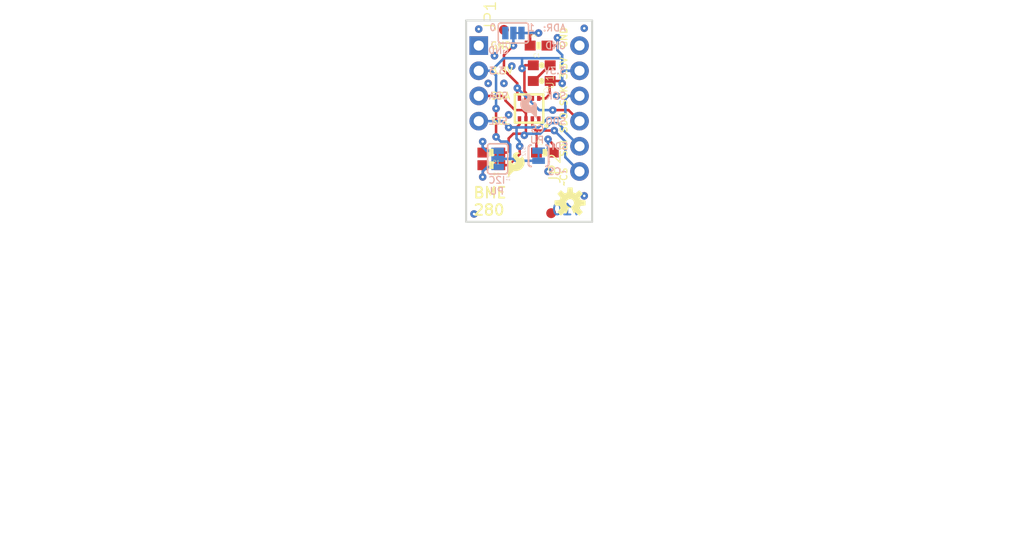
<source format=kicad_pcb>
(kicad_pcb (version 20211014) (generator pcbnew)
  (layers (0 "F.Cu" signal) (31 "B.Cu" signal) (34 "B.Paste" user) (35 "F.Paste" user) (36 "B.SilkS" user "B.Silkscreen") (37 "F.SilkS" user "F.Silkscreen") (38 "B.Mask" user) (39 "F.Mask" user) (44 "Edge.Cuts" user))
  (net 0 "")
  (net 1 "3.3V")
  (net 2 "GND")
  (net 3 "~{CS}")
  (net 4 "SDI/SDA")
  (net 5 "SCK/SCL")
  (net 6 "SDO/ADR")
  (net 7 "N$1")
  (net 8 "N$2")
  (net 9 "N$3")
  (net 10 "N$4")
  (footprint "boardEagle:STAND-OFF" (layer "F.Cu") (at 148.5011 112.6236)
    (fp_text reference "STANDOFF4" hide)
    (fp_text value "STAND-OFF" hide)
    (pad "" np_thru_hole circle (at 0 0) (size 3.302 3.302) (drill 3.302) (layers *.Cu *.Mask))
  )
  (footprint "boardEagle:BME280_LGA" (layer "F.Cu") (at 148.5011 103.7336 -90)
    (fp_text reference "U1" (at -1.905 -2.54 -90) (layer "F.SilkS") (effects (font (size 0.747776 0.747776) (thickness 0.065024)) (justify left bottom)))
    (fp_text value "BME280")
    (fp_line (start 1.42875 -1.42875) (end 1.42875 1.42875) (layer "F.SilkS") (width 0.254))
    (fp_line (start -1.42875 -1.42875) (end 1.42875 -1.42875) (layer "F.SilkS") (width 0.254))
    (fp_line (start 1.42875 1.42875) (end -1.42875 1.42875) (layer "F.SilkS") (width 0.254))
    (fp_line (start -1.42875 1.42875) (end -1.42875 -1.42875) (layer "F.SilkS") (width 0.254))
    (fp_circle (center 1.74625 -1.74625) (end 1.825625 -1.74625) (layer "F.SilkS") (width 0.127) (fill none))
    (fp_circle (center 1.74625 -1.74625) (end 1.78435 -1.74625) (layer "F.SilkS") (width 0.127) (fill none))
    (fp_circle (center 1.74625 -1.74625) (end 1.905 -1.74625) (layer "F.SilkS") (width 0.127) (fill none))
    (pad "P$1" smd rect (at 1.025 -0.975 270) (size 0.5 0.35) (layers "F.Cu" "F.Paste" "F.Mask") (net 2 "GND"))
    (pad "P$2" smd rect (at 1.025 -0.325 270) (size 0.5 0.35) (layers "F.Cu" "F.Paste" "F.Mask") (net 3 "~{CS}"))
    (pad "P$3" smd rect (at 1.025 0.325 270) (size 0.5 0.35) (layers "F.Cu" "F.Paste" "F.Mask") (net 4 "SDI/SDA"))
    (pad "P$4" smd rect (at 1.025 0.975 270) (size 0.5 0.35) (layers "F.Cu" "F.Paste" "F.Mask") (net 5 "SCK/SCL"))
    (pad "P$5" smd rect (at -1.025 0.975 270) (size 0.5 0.35) (layers "F.Cu" "F.Paste" "F.Mask") (net 6 "SDO/ADR"))
    (pad "P$6" smd rect (at -1.025 0.325 270) (size 0.5 0.35) (layers "F.Cu" "F.Paste" "F.Mask") (net 1 "3.3V"))
    (pad "P$7" smd rect (at -1.025 -0.325 270) (size 0.5 0.35) (layers "F.Cu" "F.Paste" "F.Mask") (net 2 "GND"))
    (pad "P$8" smd rect (at -1.025 -0.975 270) (size 0.5 0.35) (layers "F.Cu" "F.Paste" "F.Mask") (net 1 "3.3V"))
  )
  (footprint "boardEagle:0603-CAP" (layer "F.Cu") (at 149.7711 99.367975)
    (fp_text reference "C1" (at -0.889 -0.762) (layer "F.SilkS") (effects (font (size 0.373888 0.373888) (thickness 0.032512)) (justify left bottom)))
    (fp_text value "0.1uF")
    (fp_line (start 0 -0.0305) (end 0 0.0305) (layer "F.SilkS") (width 0.5588))
    (pad "1" smd rect (at -0.85 0) (size 1.1 1) (layers "F.Cu" "F.Paste" "F.Mask") (net 1 "3.3V"))
    (pad "2" smd rect (at 0.85 0) (size 1.1 1) (layers "F.Cu" "F.Paste" "F.Mask") (net 2 "GND"))
  )
  (footprint "boardEagle:SFE_LOGO_FLAME_.1" (layer "F.Cu") (at 146.040475 111.0361)
    (fp_text reference "LOGO2" hide)
    (fp_text value "SFE_LOGO_FLAME.1_INCH" hide)
    (fp_poly (pts (xy 1.401686 -2.874747) (xy 1.542639 -2.804271) (xy 1.583284 -2.773787) (xy 1.602071 -2.755) (xy 1.57882 -2.755) (xy 1.55882 -2.765) (xy 1.500617 -2.765) (xy 1.461097 -2.75512) (xy 1.411636 -2.745228) (xy 1.37264 -2.72573) (xy 1.333685 -2.696514) (xy 1.314332 -2.667484) (xy 1.30463 -2.64808) (xy 1.295 -2.61919) (xy 1.295 -2.560617) (xy 1.304641 -2.522052) (xy 1.343884 -2.463188) (xy 1.403288 -2.403784) (xy 1.442888 -2.374084) (xy 1.472516 -2.354332) (xy 1.511743 -2.334719) (xy 1.590617 -2.315) (xy 1.61919 -2.315) (xy 1.647297 -2.324369) (xy 1.675892 -2.352964) (xy 1.68537 -2.37192) (xy 1.695 -2.40081) (xy 1.695 -2.499021) (xy 1.78326 -2.443859) (xy 1.864003 -2.353022) (xy 1.934549 -2.242165) (xy 1.984851 -2.091257) (xy 2.015027 -1.930319) (xy 2.004962 -1.759209) (xy 1.954676 -1.56812) (xy 1.854184 -1.387235) (xy 1.783756 -1.296685) (xy 1.703418 -1.216347) (xy 1.622956 -1.145943) (xy 1.522229 -1.085506) (xy 1.421591 -1.045251) (xy 1.311072 -1.01511) (xy 1.190414 -0.995) (xy 1.000414 -0.995) (xy 0.941757 -0.985224) (xy 0.843104 -0.926032) (xy 0.743664 -0.826592) (xy 0.623671 -0.6866) (xy 0.503691 -0.566619) (xy 0.453696 -0.506625) (xy 0.403968 -0.456896) (xy 0.373971 -0.4069) (xy 0.315 -0.347929) (xy 0.315 -1.730311) (xy 0.325086 -1.811003) (xy 0.345373 -1.882007) (xy 0.406175 -1.983343) (xy 0.456938 -2.023953) (xy 0.497529 -2.054397) (xy 0.548569 -2.074813) (xy 0.599098 -2.084919) (xy 0.659586 -2.095) (xy 0.78118 -2.095) (xy 0.828441 -2.07137) (xy 0.812962 -2.055891) (xy 0.771918 -2.035369) (xy 0.742703 -2.025631) (xy 0.684369 -1.967297) (xy 0.675 -1.93919) (xy 0.675 -1.90081) (xy 0.684531 -1.872218) (xy 0.703884 -1.843188) (xy 0.762812 -1.78426) (xy 0.811428 -1.764814) (xy 0.860496 -1.755) (xy 0.939383 -1.755) (xy 1.017948 -1.774641) (xy 1.076582 -1.813731) (xy 1.115539 -1.862427) (xy 1.135 -1.92081) (xy 1.135 -1.989092) (xy 1.105698 -2.06723) (xy 1.036361 -2.136568) (xy 0.95625 -2.226693) (xy 0.885887 -2.307107) (xy 0.835277 -2.398207) (xy 0.815 -2.489451) (xy 0.815 -2.570811) (xy 0.845445 -2.662146) (xy 0.89623 -2.743402) (xy 0.98725 -2.814195) (xy 1.098313 -2.874775) (xy 1.209549 -2.895) (xy 1.310549 -2.895)) (layer "F.SilkS") (width 0) (fill solid))
  )
  (footprint "boardEagle:FIDUCIAL-1X2" (layer "F.Cu") (at 145.9611 95.7961)
    (fp_text reference "FID1" hide)
    (fp_text value "FIDUCIAL1X2" hide)
    (pad "1" smd roundrect (at 0 0) (size 1 1) (layers "F.Cu" "F.Mask") (roundrect_rratio 0.5))
  )
  (footprint "boardEagle:FIDUCIAL-1X2" (layer "F.Cu") (at 150.7236 114.290475)
    (fp_text reference "FID2" hide)
    (fp_text value "FIDUCIAL1X2" hide)
    (pad "1" smd roundrect (at 0 0) (size 1 1) (layers "F.Cu" "F.Mask") (roundrect_rratio 0.5))
  )
  (footprint "boardEagle:0603-CAP" (layer "F.Cu") (at 149.7711 100.955475 180)
    (fp_text reference "C2" (at -0.889 -0.762 180) (layer "F.SilkS") (effects (font (size 0.373888 0.373888) (thickness 0.032512)) (justify right top)))
    (fp_text value "0.1uF")
    (fp_line (start 0 -0.0305) (end 0 0.0305) (layer "F.SilkS") (width 0.5588))
    (pad "1" smd rect (at -0.85 0 180) (size 1.1 1) (layers "F.Cu" "F.Paste" "F.Mask") (net 1 "3.3V"))
    (pad "2" smd rect (at 0.85 0 180) (size 1.1 1) (layers "F.Cu" "F.Paste" "F.Mask") (net 2 "GND"))
  )
  (footprint "boardEagle:1X06_NO_SILK" (layer "F.Cu") (at 153.5811 110.0836 90)
    (fp_text reference "JP2" (at -1.3462 -1.8288 90) (layer "F.SilkS") (effects (font (size 1.143 1.143) (thickness 0.127)) (justify left bottom)))
    (fp_text value "")
    (pad "1" thru_hole circle (at 0 0 180) (size 1.8796 1.8796) (drill 1.016) (layers *.Cu *.Mask) (net 3 "~{CS}"))
    (pad "2" thru_hole circle (at 2.54 0 180) (size 1.8796 1.8796) (drill 1.016) (layers *.Cu *.Mask) (net 4 "SDI/SDA"))
    (pad "3" thru_hole circle (at 5.08 0 180) (size 1.8796 1.8796) (drill 1.016) (layers *.Cu *.Mask) (net 6 "SDO/ADR"))
    (pad "4" thru_hole circle (at 7.62 0 180) (size 1.8796 1.8796) (drill 1.016) (layers *.Cu *.Mask) (net 5 "SCK/SCL"))
    (pad "5" thru_hole circle (at 10.16 0 180) (size 1.8796 1.8796) (drill 1.016) (layers *.Cu *.Mask) (net 1 "3.3V"))
    (pad "6" thru_hole circle (at 12.7 0 180) (size 1.8796 1.8796) (drill 1.016) (layers *.Cu *.Mask) (net 2 "GND"))
  )
  (footprint "boardEagle:0603-RES" (layer "F.Cu") (at 149.4536 97.3836)
    (fp_text reference "R4" (at -0.889 -0.762) (layer "F.SilkS") (effects (font (size 0.373888 0.373888) (thickness 0.032512)) (justify left bottom)))
    (fp_text value "4.7K")
    (fp_poly (pts (xy -0.2286 0.381) (xy 0.2286 0.381) (xy 0.2286 -0.381) (xy -0.2286 -0.381)) (layer "F.SilkS") (width 0) (fill solid))
    (pad "1" smd rect (at -0.85 0) (size 1.1 1) (layers "F.Cu" "F.Paste" "F.Mask") (net 10 "N$4"))
    (pad "2" smd rect (at 0.85 0) (size 1.1 1) (layers "F.Cu" "F.Paste" "F.Mask") (net 1 "3.3V"))
  )
  (footprint "boardEagle:0603-RES" (layer "F.Cu") (at 144.6911 109.4486 180)
    (fp_text reference "R2" (at -0.889 -0.762 180) (layer "F.SilkS") (effects (font (size 0.373888 0.373888) (thickness 0.032512)) (justify right top)))
    (fp_text value "4.7K")
    (fp_poly (pts (xy -0.2286 0.381) (xy 0.2286 0.381) (xy 0.2286 -0.381) (xy -0.2286 -0.381)) (layer "F.SilkS") (width 0) (fill solid))
    (pad "1" smd rect (at -0.85 0 180) (size 1.1 1) (layers "F.Cu" "F.Paste" "F.Mask") (net 5 "SCK/SCL"))
    (pad "2" smd rect (at 0.85 0 180) (size 1.1 1) (layers "F.Cu" "F.Paste" "F.Mask") (net 8 "N$2"))
  )
  (footprint "boardEagle:1X04_NO_SILK" (layer "F.Cu") (at 143.4211 97.3836 -90)
    (fp_text reference "JP1" (at -1.3462 -1.8288 -90) (layer "F.SilkS") (effects (font (size 1.143 1.143) (thickness 0.127)) (justify left bottom)))
    (fp_text value "")
    (pad "1" thru_hole rect (at 0 0) (size 1.8796 1.8796) (drill 1.016) (layers *.Cu *.Mask) (net 2 "GND"))
    (pad "2" thru_hole circle (at 2.54 0) (size 1.8796 1.8796) (drill 1.016) (layers *.Cu *.Mask) (net 1 "3.3V"))
    (pad "3" thru_hole circle (at 5.08 0) (size 1.8796 1.8796) (drill 1.016) (layers *.Cu *.Mask) (net 4 "SDI/SDA"))
    (pad "4" thru_hole circle (at 7.62 0) (size 1.8796 1.8796) (drill 1.016) (layers *.Cu *.Mask) (net 5 "SCK/SCL"))
  )
  (footprint "boardEagle:0603-RES" (layer "F.Cu") (at 150.0886 108.1786)
    (fp_text reference "R3" (at -0.889 -0.762) (layer "F.SilkS") (effects (font (size 0.373888 0.373888) (thickness 0.032512)) (justify left bottom)))
    (fp_text value "4.7K")
    (fp_poly (pts (xy -0.2286 0.381) (xy 0.2286 0.381) (xy 0.2286 -0.381) (xy -0.2286 -0.381)) (layer "F.SilkS") (width 0) (fill solid))
    (pad "1" smd rect (at -0.85 0) (size 1.1 1) (layers "F.Cu" "F.Paste" "F.Mask") (net 3 "~{CS}"))
    (pad "2" smd rect (at 0.85 0) (size 1.1 1) (layers "F.Cu" "F.Paste" "F.Mask") (net 9 "N$3"))
  )
  (footprint "boardEagle:OSHW-LOGO-S" (layer "F.Cu") (at 152.6286 113.2586)
    (fp_text reference "LOGO3" hide)
    (fp_text value "OSHW-LOGOS" hide)
    (fp_poly (pts (xy 0.301647 -1.061351) (xy 0.42347 -1.022344) (xy 0.537177 -0.963769) (xy 0.92862 -1.282946) (xy 1.282946 -0.92862) (xy 0.961035 -0.533823) (xy 1.057046 -0.302084) (xy 1.5638 -0.250561) (xy 1.5638 0.250561) (xy 1.057046 0.302084) (xy 0.961035 0.533823) (xy 1.282946 0.92862) (xy 0.92862 1.282946) (xy 0.537177 0.96377) (xy 0.356601 1.056794) (xy 0.088679 0.410073) (xy 0.326262 0.2176) (xy 0.373649 0.121468) (xy 0.392729 0.010339) (xy 0.379464 -0.101634) (xy 0.334947 -0.205229) (xy 0.262842 -0.291918) (xy 0.169087 -0.354561) (xy 0.061406 -0.387999) (xy -0.051342 -0.38948) (xy -0.159868 -0.358881) (xy -0.255234 -0.298724) (xy -0.329589 -0.213962) (xy -0.376813 -0.111569) (xy -0.392176 -0.005767) (xy -0.322923 0.222565) (xy -0.249312 0.303773) (xy 0.091677 0.5081) (xy -0.12929 0.5081) (xy -0.355332 1.053732) (xy -0.506597 0.983577) (xy -0.538922 0.965192) (xy -0.92862 1.282946) (xy -1.282946 0.92862) (xy -0.961035 0.533823) (xy -1.057046 0.302084) (xy -1.5638 0.250561) (xy -1.5638 -0.250561) (xy -1.057046 -0.302084) (xy -0.961035 -0.533823) (xy -1.282946 -0.92862) (xy -0.92862 -1.282946) (xy -0.533823 -0.961035) (xy -0.302084 -1.057046) (xy -0.250561 -1.5638) (xy 0.250561 -1.5638)) (layer "F.SilkS") (width 0) (fill solid))
  )
  (footprint "boardEagle:0603-RES" (layer "F.Cu") (at 144.6911 108.1786 180)
    (fp_text reference "R1" (at -0.889 -0.762 180) (layer "F.SilkS") (effects (font (size 0.373888 0.373888) (thickness 0.032512)) (justify right top)))
    (fp_text value "4.7K")
    (fp_poly (pts (xy -0.2286 0.381) (xy 0.2286 0.381) (xy 0.2286 -0.381) (xy -0.2286 -0.381)) (layer "F.SilkS") (width 0) (fill solid))
    (pad "1" smd rect (at -0.85 0 180) (size 1.1 1) (layers "F.Cu" "F.Paste" "F.Mask") (net 4 "SDI/SDA"))
    (pad "2" smd rect (at 0.85 0 180) (size 1.1 1) (layers "F.Cu" "F.Paste" "F.Mask") (net 7 "N$1"))
  )
  (footprint "boardEagle:CREATIVE_COMMONS" (layer "F.Cu") (at 115.4811 138.0236)
    (fp_text reference "FRAME1" hide)
    (fp_text value "FRAME-LETTER" hide)
  )
  (footprint "boardEagle:PAD-JUMPER-3-3OF3_NC_BY_TRACE_YES_SILK_FULL_BOX" (layer "B.Cu") (at 145.3261 108.8136 90)
    (fp_text reference "SJ1" (at -1.27 1.27 270) (layer "B.SilkS") (effects (font (size 0.373888 0.373888) (thickness 0.032512)) (justify left bottom mirror)))
    (fp_text value "EN I2C PULL")
    (fp_line (start 0.254 0) (end 1.016 0) (layer "B.Cu") (width 0.2032))
    (fp_line (start -1.016 0) (end -0.254 0) (layer "B.Cu") (width 0.2032))
    (fp_line (start -1.27 1.016) (end 1.27 1.016) (layer "B.SilkS") (width 0.1524))
    (fp_line (start 1.27 -1.016) (end -1.27 -1.016) (layer "B.SilkS") (width 0.1524))
    (fp_line (start -1.524 -0.762) (end -1.524 0.762) (layer "B.SilkS") (width 0.1524))
    (fp_line (start 1.524 -0.762) (end 1.524 0.762) (layer "B.SilkS") (width 0.1524))
    (fp_arc (start -1.524 -0.762) (mid -1.449605 -0.941605) (end -1.27 -1.016) (layer "B.SilkS") (width 0.1524))
    (fp_arc (start 1.524 0.762) (mid 1.449605 0.941605) (end 1.27 1.016) (layer "B.SilkS") (width 0.1524))
    (fp_arc (start -1.27 1.016) (mid -1.449605 0.941605) (end -1.524 0.762) (layer "B.SilkS") (width 0.1524))
    (fp_arc (start 1.27 -1.016) (mid 1.449605 -0.941605) (end 1.524 -0.762) (layer "B.SilkS") (width 0.1524))
    (pad "1" smd rect (at -0.8128 0 90) (size 0.635 1.27) (layers "B.Cu" "B.Mask") (net 8 "N$2"))
    (pad "2" smd rect (at 0 0 90) (size 0.635 1.27) (layers "B.Cu" "B.Mask") (net 1 "3.3V"))
    (pad "3" smd rect (at 0.8128 0 90) (size 0.635 1.27) (layers "B.Cu" "B.Mask") (net 7 "N$1"))
  )
  (footprint "boardEagle:PAD-JUMPER-3-2OF3_NC_BY_TRACE_YES_SILK_FULL_BOX" (layer "B.Cu") (at 146.9136 96.1136)
    (fp_text reference "SJ3" (at -1.27 1.27 180) (layer "B.SilkS") (effects (font (size 0.373888 0.373888) (thickness 0.032512)) (justify left bottom mirror)))
    (fp_text value "EN ADR PULLUP")
    (fp_line (start 0 0) (end 0.635 0) (layer "B.Cu") (width 0.2032))
    (fp_line (start -1.524 -0.762) (end -1.524 0.762) (layer "B.SilkS") (width 0.1524))
    (fp_line (start 1.27 -1.016) (end -1.27 -1.016) (layer "B.SilkS") (width 0.1524))
    (fp_line (start -1.27 1.016) (end 1.27 1.016) (layer "B.SilkS") (width 0.1524))
    (fp_line (start 1.524 -0.762) (end 1.524 0.762) (layer "B.SilkS") (width 0.1524))
    (fp_arc (start 1.27 -1.016) (mid 1.449605 -0.941605) (end 1.524 -0.762) (layer "B.SilkS") (width 0.1524))
    (fp_arc (start 1.524 0.762) (mid 1.449605 0.941605) (end 1.27 1.016) (layer "B.SilkS") (width 0.1524))
    (fp_arc (start -1.524 -0.762) (mid -1.449605 -0.941605) (end -1.27 -1.016) (layer "B.SilkS") (width 0.1524))
    (fp_arc (start -1.27 1.016) (mid -1.449605 0.941605) (end -1.524 0.762) (layer "B.SilkS") (width 0.1524))
    (pad "1" smd rect (at -0.8128 0) (size 0.635 1.27) (layers "B.Cu" "B.Mask") (net 2 "GND"))
    (pad "2" smd rect (at 0 0) (size 0.635 1.27) (layers "B.Cu" "B.Mask") (net 6 "SDO/ADR"))
    (pad "3" smd rect (at 0.8128 0) (size 0.635 1.27) (layers "B.Cu" "B.Mask") (net 10 "N$4"))
  )
  (footprint "boardEagle:PAD-JUMPER-2-NC_BY_TRACE_YES_SILK" (layer "B.Cu") (at 149.4536 108.4961 -90)
    (fp_text reference "SJ2" (at -0.9525 1.27 90) (layer "B.SilkS") (effects (font (size 0.373888 0.373888) (thickness 0.032512)) (justify left bottom mirror)))
    (fp_text value "EN I2C MODE")
    (fp_line (start -0.381 0) (end 0.381 0) (layer "B.Cu") (width 0.2032))
    (fp_line (start -0.8255 1.016) (end 0.8255 1.016) (layer "B.SilkS") (width 0.2032))
    (fp_line (start 0.8255 -1.016) (end -0.8255 -1.016) (layer "B.SilkS") (width 0.2032))
    (fp_arc (start -1.0795 -0.762) (mid -1.005105 -0.941605) (end -0.8255 -1.016) (layer "B.SilkS") (width 0.2032))
    (fp_arc (start 1.0795 0.762) (mid 1.005105 0.941605) (end 0.8255 1.016) (layer "B.SilkS") (width 0.2032))
    (fp_arc (start 0.8255 -1.016) (mid 1.005105 -0.941605) (end 1.0795 -0.762) (layer "B.SilkS") (width 0.2032))
    (fp_arc (start -0.8255 1.016) (mid -1.005105 0.941605) (end -1.0795 0.762) (layer "B.SilkS") (width 0.2032))
    (pad "1" smd rect (at -0.508 0 270) (size 0.635 1.27) (layers "B.Cu" "B.Mask") (net 9 "N$3"))
    (pad "2" smd rect (at 0.508 0 270) (size 0.635 1.27) (layers "B.Cu" "B.Mask") (net 1 "3.3V"))
  )
  (footprint "boardEagle:SFE_LOGO_FLAME_.1" (layer "B.Cu") (at 149.61235 105.16235 180)
    (fp_text reference "LOGO1" hide)
    (fp_text value "SFE_LOGO_FLAME.1_INCH" hide)
    (fp_poly (pts (xy 1.401686 2.874747) (xy 1.542639 2.804271) (xy 1.583284 2.773787) (xy 1.602071 2.755) (xy 1.57882 2.755) (xy 1.55882 2.765) (xy 1.500617 2.765) (xy 1.461097 2.75512) (xy 1.411636 2.745228) (xy 1.37264 2.72573) (xy 1.333685 2.696514) (xy 1.314332 2.667484) (xy 1.30463 2.64808) (xy 1.295 2.61919) (xy 1.295 2.560617) (xy 1.304641 2.522052) (xy 1.343884 2.463188) (xy 1.403288 2.403784) (xy 1.442888 2.374084) (xy 1.472516 2.354332) (xy 1.511743 2.334719) (xy 1.590617 2.315) (xy 1.61919 2.315) (xy 1.647297 2.324369) (xy 1.675892 2.352964) (xy 1.68537 2.37192) (xy 1.695 2.40081) (xy 1.695 2.499021) (xy 1.78326 2.443859) (xy 1.864003 2.353022) (xy 1.934549 2.242165) (xy 1.984851 2.091257) (xy 2.015027 1.930319) (xy 2.004962 1.759209) (xy 1.954676 1.56812) (xy 1.854184 1.387235) (xy 1.783756 1.296685) (xy 1.703418 1.216347) (xy 1.622956 1.145943) (xy 1.522229 1.085506) (xy 1.421591 1.045251) (xy 1.311072 1.01511) (xy 1.190414 0.995) (xy 1.000414 0.995) (xy 0.941757 0.985224) (xy 0.843104 0.926032) (xy 0.743664 0.826592) (xy 0.623671 0.6866) (xy 0.503691 0.566619) (xy 0.453696 0.506625) (xy 0.403968 0.456896) (xy 0.373971 0.4069) (xy 0.315 0.347929) (xy 0.315 1.730311) (xy 0.325086 1.811003) (xy 0.345373 1.882007) (xy 0.406175 1.983343) (xy 0.456938 2.023953) (xy 0.497529 2.054397) (xy 0.548569 2.074813) (xy 0.599098 2.084919) (xy 0.659586 2.095) (xy 0.78118 2.095) (xy 0.828441 2.07137) (xy 0.812962 2.055891) (xy 0.771918 2.035369) (xy 0.742703 2.025631) (xy 0.684369 1.967297) (xy 0.675 1.93919) (xy 0.675 1.90081) (xy 0.684531 1.872218) (xy 0.703884 1.843188) (xy 0.762812 1.78426) (xy 0.811428 1.764814) (xy 0.860496 1.755) (xy 0.939383 1.755) (xy 1.017948 1.774641) (xy 1.076582 1.813731) (xy 1.115539 1.862427) (xy 1.135 1.92081) (xy 1.135 1.989092) (xy 1.105698 2.06723) (xy 1.036361 2.136568) (xy 0.95625 2.226693) (xy 0.885887 2.307107) (xy 0.835277 2.398207) (xy 0.815 2.489451) (xy 0.815 2.570811) (xy 0.845445 2.662146) (xy 0.89623 2.743402) (xy 0.98725 2.814195) (xy 1.098313 2.874775) (xy 1.209549 2.895) (xy 1.310549 2.895)) (layer "B.SilkS") (width 0) (fill solid))
  )
  (gr_line (start 154.8511 115.1636) (end 154.8511 94.8436) (layer "Edge.Cuts") (width 0.2032))
  (gr_line (start 142.1511 115.1636) (end 154.8511 115.1636) (layer "Edge.Cuts") (width 0.2032))
  (gr_line (start 142.1511 94.8436) (end 142.1511 115.1636) (layer "Edge.Cuts") (width 0.2032))
  (gr_line (start 154.8511 94.8436) (end 142.1511 94.8436) (layer "Edge.Cuts") (width 0.2032))
  (gr_text "v10" (at 150.683912 113.298288) (layer "B.Cu") (effects (font (size 1.0795 1.0795) (thickness 0.1905)) (justify right top mirror)))
  (gr_text "GND" (at 144.294225 97.85985) (layer "B.SilkS") (effects (font (size 0.69088 0.69088) (thickness 0.12192)) (justify right mirror)))
  (gr_text "SDO" (at 152.3111 105.0036) (layer "B.SilkS") (effects (font (size 0.69088 0.69088) (thickness 0.12192)) (justify left mirror)))
  (gr_text "ADR:" (at 152.27935 95.597663) (layer "B.SilkS") (effects (font (size 0.69088 0.69088) (thickness 0.12192)) (justify left mirror)))
  (gr_text "GND" (at 152.3111 97.3836) (layer "B.SilkS") (effects (font (size 0.69088 0.69088) (thickness 0.12192)) (justify left mirror)))
  (gr_text "0" (at 145.246725 95.557975) (layer "B.SilkS") (effects (font (size 0.69088 0.69088) (thickness 0.12192)) (justify left mirror)))
  (gr_text "CS\nPU" (at 150.0886 106.352975) (layer "B.SilkS") (effects (font (size 0.69088 0.69088) (thickness 0.12192)) (justify left mirror)))
  (gr_text "3.3V" (at 152.3111 99.9236) (layer "B.SilkS") (effects (font (size 0.69088 0.69088) (thickness 0.12192)) (justify left mirror)))
  (gr_text "~CS" (at 152.3111 110.0836) (layer "B.SilkS") (effects (font (size 0.69088 0.69088) (thickness 0.12192)) (justify left mirror)))
  (gr_text "SCK" (at 152.3111 102.4636) (layer "B.SilkS") (effects (font (size 0.69088 0.69088) (thickness 0.12192)) (justify left mirror)))
  (gr_text "SCL" (at 144.3736 105.0036) (layer "B.SilkS") (effects (font (size 0.69088 0.69088) (thickness 0.12192)) (justify right mirror)))
  (gr_text "3.3" (at 144.3736 99.9236) (layer "B.SilkS") (effects (font (size 0.69088 0.69088) (thickness 0.12192)) (justify right mirror)))
  (gr_text "1" (at 149.1361 95.557975) (layer "B.SilkS") (effects (font (size 0.69088 0.69088) (thickness 0.12192)) (justify left mirror)))
  (gr_text "I2C\nPU" (at 145.246725 111.51235) (layer "B.SilkS") (effects (font (size 0.69088 0.69088) (thickness 0.12192)) (justify mirror)))
  (gr_text "SDA" (at 144.3736 102.4636) (layer "B.SilkS") (effects (font (size 0.69088 0.69088) (thickness 0.12192)) (justify right mirror)))
  (gr_text "SDI" (at 152.509537 107.5436) (layer "B.SilkS") (effects (font (size 0.69088 0.69088) (thickness 0.12192)) (justify left mirror)))
  (gr_text "SDA" (at 144.5641 102.4636) (layer "F.SilkS") (effects (font (size 0.69088 0.69088) (thickness 0.12192)) (justify left)))
  (gr_text "SCL" (at 144.5641 105.0036) (layer "F.SilkS") (effects (font (size 0.69088 0.69088) (thickness 0.12192)) (justify left)))
  (gr_text "~CS" (at 151.9936 109.60735 90) (layer "F.SilkS") (effects (font (size 0.69088 0.69088) (thickness 0.12192)) (justify right)))
  (gr_text "3.3V" (at 144.53235 99.9236) (layer "F.SilkS") (effects (font (size 0.69088 0.69088) (thickness 0.12192)) (justify left)))
  (gr_text "SDO" (at 151.9936 106.2736 90) (layer "F.SilkS") (effects (font (size 0.69088 0.69088) (thickness 0.12192)) (justify left)))
  (gr_text "SCK" (at 151.9936 101.35235 90) (layer "F.SilkS") (effects (font (size 0.69088 0.69088) (thickness 0.12192)) (justify right)))
  (gr_text "3.3V" (at 151.9936 100.8761 90) (layer "F.SilkS") (effects (font (size 0.69088 0.69088) (thickness 0.12192)) (justify left)))
  (gr_text "GND" (at 151.9936 97.7011 90) (layer "F.SilkS") (effects (font (size 0.69088 0.69088) (thickness 0.12192)) (justify left)))
  (gr_text "BME\n280" (at 142.7861 113.09985) (layer "F.SilkS") (effects (font (size 1.0795 1.0795) (thickness 0.1905)) (justify left)))
  (gr_text "SDI" (at 151.9936 106.829225 90) (layer "F.SilkS") (effects (font (size 0.69088 0.69088) (thickness 0.12192)) (justify right)))
  (gr_text "GND" (at 144.53235 97.3836) (layer "F.SilkS") (effects (font (size 0.69088 0.69088) (thickness 0.12192)) (justify left)))
  (segment (start 151.83485 101.1936) (end 151.596725 100.955475) (width 0.254) (layer "F.Cu") (net 1))
  (segment (start 148.1761 102.1386) (end 148.02485 101.98735) (width 0.254) (layer "F.Cu") (net 1))
  (segment (start 150.56485 102.30485) (end 150.56485 101.011725) (width 0.254) (layer "F.Cu") (net 1))
  (segment (start 150.3036 97.3836) (end 151.19985 97.3836) (width 0.254) (layer "F.Cu") (net 1))
  (segment (start 148.02485 101.98735) (end 148.02485 99.9236) (width 0.254) (layer "F.Cu") (net 1))
  (segment (start 150.6211 100.955475) (end 150.56485 101.011725) (width 0.254) (layer "F.Cu") (net 1))
  (segment (start 151.596725 100.955475) (end 150.6211 100.955475) (width 0.254) (layer "F.Cu") (net 1))
  (segment (start 149.4761 102.7086) (end 150.1611 102.7086) (width 0.254) (layer "F.Cu") (net 1))
  (segment (start 148.02485 99.9236) (end 147.786725 99.685475) (width 0.254) (layer "F.Cu") (net 1))
  (segment (start 148.9211 99.367975) (end 148.104225 99.367975) (width 0.254) (layer "F.Cu") (net 1))
  (segment (start 151.3586 97.22485) (end 151.3586 96.58985) (width 0.254) (layer "F.Cu") (net 1))
  (segment (start 151.19985 97.3836) (end 151.3586 97.22485) (width 0.254) (layer "F.Cu") (net 1))
  (segment (start 150.1611 102.7086) (end 150.56485 102.30485) (width 0.254) (layer "F.Cu") (net 1))
  (segment (start 148.104225 99.367975) (end 147.786725 99.685475) (width 0.254) (layer "F.Cu") (net 1))
  (segment (start 145.16735 103.7336) (end 145.16735 106.5911) (width 0.254) (layer "F.Cu") (net 1))
  (segment (start 148.1761 102.7086) (end 148.1761 102.1386) (width 0.254) (layer "F.Cu") (net 1))
  (via (at 145.16735 106.5911) (size 0.762) (drill 0.254) (layers "F.Cu" "B.Cu") (net 1))
  (via (at 151.83485 101.1936) (size 0.762) (drill 0.254) (layers "F.Cu" "B.Cu") (net 1))
  (via (at 151.3586 96.58985) (size 0.762) (drill 0.254) (layers "F.Cu" "B.Cu") (net 1))
  (via (at 145.16735 103.7336) (size 0.762) (drill 0.254) (layers "F.Cu" "B.Cu") (net 1))
  (via (at 147.786725 99.685475) (size 0.762) (drill 0.254) (layers "F.Cu" "B.Cu") (net 1))
  (segment (start 144.6911 99.9236) (end 145.16735 100.39985) (width 0.254) (layer "B.Cu") (net 1))
  (segment (start 146.2786 107.06735) (end 146.5961 107.38485) (width 0.254) (layer "B.Cu") (net 1))
  (segment (start 145.9611 98.6536) (end 147.786725 98.6536) (width 0.254) (layer "B.Cu") (net 1))
  (segment (start 149.4536 109.0041) (end 147.1041 109.0041) (width 0.254) (layer "B.Cu") (net 1))
  (segment (start 144.6911 99.9236) (end 145.9611 98.6536) (width 0.254) (layer "B.Cu") (net 1))
  (segment (start 147.786725 98.6536) (end 151.83485 98.6536) (width 0.254) (layer "B.Cu") (net 1))
  (segment (start 145.6436 107.06735) (end 146.2786 107.06735) (width 0.254) (layer "B.Cu") (net 1))
  (segment (start 145.3261 108.8136) (end 146.5961 108.8136) (width 0.254) (layer "B.Cu") (net 1))
  (segment (start 151.83485 98.3361) (end 151.3586 97.85985) (width 0.254) (layer "B.Cu") (net 1))
  (segment (start 145.16735 100.39985) (end 145.16735 103.7336) (width 0.254) (layer "B.Cu") (net 1))
  (segment (start 146.5961 107.38485) (end 146.5961 108.8136) (width 0.254) (layer "B.Cu") (net 1))
  (segment (start 151.83485 101.1936) (end 151.83485 99.9236) (width 0.254) (layer "B.Cu") (net 1))
  (segment (start 153.5811 99.9236) (end 151.83485 99.9236) (width 0.254) (layer "B.Cu") (net 1))
  (segment (start 151.83485 99.9236) (end 151.83485 98.6536) (width 0.254) (layer "B.Cu") (net 1))
  (segment (start 143.4211 99.9236) (end 144.6911 99.9236) (width 0.254) (layer "B.Cu") (net 1))
  (segment (start 145.16735 106.5911) (end 145.6436 107.06735) (width 0.254) (layer "B.Cu") (net 1))
  (segment (start 151.83485 98.6536) (end 151.83485 98.3361) (width 0.254) (layer "B.Cu") (net 1))
  (segment (start 146.9136 108.8136) (end 147.1041 109.0041) (width 0.254) (layer "B.Cu") (net 1))
  (segment (start 146.5961 108.8136) (end 146.9136 108.8136) (width 0.254) (layer "B.Cu") (net 1))
  (segment (start 151.3586 97.85985) (end 151.3586 96.58985) (width 0.254) (layer "B.Cu") (net 1))
  (segment (start 147.786725 99.685475) (end 147.786725 98.6536) (width 0.254) (layer "B.Cu") (net 1))
  (segment (start 148.9211 100.955475) (end 148.97735 100.955475) (width 0.254) (layer "F.Cu") (net 2))
  (segment (start 150.56485 99.367975) (end 150.7236 99.367975) (width 0.254) (layer "F.Cu") (net 2))
  (segment (start 148.97735 100.955475) (end 150.56485 99.367975) (width 0.254) (layer "F.Cu") (net 2))
  (via (at 144.3736 101.1936) (size 0.762) (drill 0.254) (layers "F.Cu" "B.Cu") (net 2))
  (via (at 146.75485 99.44735) (size 0.762) (drill 0.254) (layers "F.Cu" "B.Cu") (net 2))
  (via (at 154.05735 112.544225) (size 0.762) (drill 0.254) (layers "F.Cu" "B.Cu") (net 2))
  (via (at 151.279225 102.4636) (size 0.762) (drill 0.254) (layers "F.Cu" "B.Cu") (net 2))
  (via (at 145.9611 101.1936) (size 0.762) (drill 0.254) (layers "F.Cu" "B.Cu") (net 2))
  (via (at 142.94485 114.36985) (size 0.762) (drill 0.254) (layers "F.Cu" "B.Cu") (net 2))
  (via (at 154.05735 95.63735) (size 0.762) (drill 0.254) (layers "F.Cu" "B.Cu") (net 2))
  (via (at 146.43735 104.3686) (size 0.762) (drill 0.254) (layers "F.Cu" "B.Cu") (net 2))
  (via (at 143.4211 95.716725) (size 0.762) (drill 0.254) (layers "F.Cu" "B.Cu") (net 2))
  (via (at 150.4061 110.0836) (size 0.762) (drill 0.254) (layers "F.Cu" "B.Cu") (net 2))
  (via (at 145.0086 98.415475) (size 0.762) (drill 0.254) (layers "F.Cu" "B.Cu") (net 2))
  (segment (start 148.8261 105.59985) (end 149.18235 105.9561) (width 0.254) (layer "F.Cu") (net 3))
  (segment (start 149.2386 106.01235) (end 149.2386 108.1786) (width 0.254) (layer "F.Cu") (net 3))
  (segment (start 149.18235 105.9561) (end 149.2386 106.01235) (width 0.254) (layer "F.Cu") (net 3))
  (segment (start 148.8261 104.7586) (end 148.8261 105.59985) (width 0.254) (layer "F.Cu") (net 3))
  (segment (start 151.0411 105.9561) (end 149.18235 105.9561) (width 0.254) (layer "F.Cu") (net 3))
  (via (at 151.0411 105.9561) (size 0.762) (drill 0.254) (layers "F.Cu" "B.Cu") (net 3))
  (segment (start 152.15235 108.65485) (end 152.15235 107.06735) (width 0.254) (layer "B.Cu") (net 3))
  (segment (start 153.5811 110.0836) (end 152.15235 108.65485) (width 0.254) (layer "B.Cu") (net 3))
  (segment (start 152.15235 107.06735) (end 151.0411 105.9561) (width 0.254) (layer "B.Cu") (net 3))
  (segment (start 148.1761 106.2736) (end 148.01735 106.43235) (width 0.254) (layer "F.Cu") (net 4))
  (segment (start 146.43735 108.01985) (end 146.2786 108.1786) (width 0.254) (layer "F.Cu") (net 4))
  (segment (start 148.1761 104.7586) (end 148.1761 106.2736) (width 0.254) (layer "F.Cu") (net 4))
  (segment (start 146.2786 108.1786) (end 145.5411 108.1786) (width 0.254) (layer "F.Cu") (net 4))
  (segment (start 146.11985 102.7811) (end 146.11985 102.93985) (width 0.254) (layer "F.Cu") (net 4))
  (segment (start 148.1761 104.7586) (end 148.1761 104.20235) (width 0.254) (layer "F.Cu") (net 4))
  (segment (start 147.8661 103.89235) (end 148.1761 104.20235) (width 0.254) (layer "F.Cu") (net 4))
  (segment (start 147.8586 106.2736) (end 148.01735 106.43235) (width 0.254) (layer "F.Cu") (net 4))
  (segment (start 146.43735 106.74985) (end 146.43735 108.01985) (width 0.254) (layer "F.Cu") (net 4))
  (segment (start 147.07235 103.89235) (end 147.8661 103.89235) (width 0.254) (layer "F.Cu") (net 4))
  (segment (start 143.4211 102.4636) (end 145.80235 102.4636) (width 0.254) (layer "F.Cu") (net 4))
  (segment (start 146.11985 102.93985) (end 147.07235 103.89235) (width 0.254) (layer "F.Cu") (net 4))
  (segment (start 146.43735 106.74985) (end 146.9136 106.2736) (width 0.254) (layer "F.Cu") (net 4))
  (segment (start 145.80235 102.4636) (end 146.11985 102.7811) (width 0.254) (layer "F.Cu") (net 4))
  (segment (start 146.9136 106.2736) (end 147.8586 106.2736) (width 0.254) (layer "F.Cu") (net 4))
  (via (at 148.01735 106.43235) (size 0.762) (drill 0.254) (layers "F.Cu" "B.Cu") (net 4))
  (segment (start 151.83485 105.79735) (end 153.5811 107.5436) (width 0.254) (layer "B.Cu") (net 4))
  (segment (start 151.398287 105.202038) (end 151.83485 105.6386) (width 0.254) (layer "B.Cu") (net 4))
  (segment (start 148.1761 106.2736) (end 148.01735 106.43235) (width 0.254) (layer "B.Cu") (net 4))
  (segment (start 149.61235 106.2736) (end 148.1761 106.2736) (width 0.254) (layer "B.Cu") (net 4))
  (segment (start 151.83485 105.6386) (end 151.83485 105.79735) (width 0.254) (layer "B.Cu") (net 4))
  (segment (start 151.398287 105.202038) (end 150.683912 105.202038) (width 0.254) (layer "B.Cu") (net 4))
  (segment (start 150.683912 105.202038) (end 149.61235 106.2736) (width 0.254) (layer "B.Cu") (net 4))
  (segment (start 146.43735 109.4486) (end 147.5486 108.33735) (width 0.254) (layer "F.Cu") (net 5))
  (segment (start 147.5261 104.7586) (end 147.5261 105.3436) (width 0.254) (layer "F.Cu") (net 5))
  (segment (start 145.5411 109.4486) (end 146.43735 109.4486) (width 0.254) (layer "F.Cu") (net 5))
  (segment (start 147.5486 108.33735) (end 147.5486 107.5436) (width 0.254) (layer "F.Cu") (net 5))
  (segment (start 146.43735 105.6386) (end 147.2311 105.6386) (width 0.254) (layer "F.Cu") (net 5))
  (segment (start 147.5261 105.3436) (end 147.2311 105.6386) (width 0.254) (layer "F.Cu") (net 5))
  (via (at 147.5486 107.5436) (size 0.762) (drill 0.254) (layers "F.Cu" "B.Cu") (net 5))
  (via (at 146.43735 105.6386) (size 0.762) (drill 0.254) (layers "F.Cu" "B.Cu") (net 5))
  (segment (start 147.5486 107.5436) (end 147.5486 107.06735) (width 0.254) (layer "B.Cu") (net 5))
  (segment (start 147.2311 105.6386) (end 146.43735 105.6386) (width 0.254) (layer "B.Cu") (net 5))
  (segment (start 145.80235 105.0036) (end 146.43735 105.6386) (width 0.254) (layer "B.Cu") (net 5))
  (segment (start 152.15235 104.20985) (end 151.6761 104.6861) (width 0.254) (layer "B.Cu") (net 5))
  (segment (start 147.2311 106.74985) (end 147.2311 105.6386) (width 0.254) (layer "B.Cu") (net 5))
  (segment (start 151.6761 104.6861) (end 150.4061 104.6861) (width 0.254) (layer "B.Cu") (net 5))
  (segment (start 153.5811 102.4636) (end 152.46985 102.4636) (width 0.254) (layer "B.Cu") (net 5))
  (segment (start 152.46985 102.4636) (end 152.15235 102.7811) (width 0.254) (layer "B.Cu") (net 5))
  (segment (start 149.4536 105.6386) (end 147.2311 105.6386) (width 0.254) (layer "B.Cu") (net 5))
  (segment (start 147.5486 107.06735) (end 147.2311 106.74985) (width 0.254) (layer "B.Cu") (net 5))
  (segment (start 150.4061 104.6861) (end 149.4536 105.6386) (width 0.254) (layer "B.Cu") (net 5))
  (segment (start 152.15235 102.7811) (end 152.15235 104.20985) (width 0.254) (layer "B.Cu") (net 5))
  (segment (start 143.4211 105.0036) (end 145.80235 105.0036) (width 0.254) (layer "B.Cu") (net 5))
  (segment (start 147.310475 101.66985) (end 147.310475 101.1936) (width 0.254) (layer "F.Cu") (net 6))
  (segment (start 147.310475 101.1936) (end 145.9611 99.844225) (width 0.254) (layer "F.Cu") (net 6))
  (segment (start 147.310475 102.225475) (end 147.310475 101.66985) (width 0.254) (layer "F.Cu") (net 6))
  (segment (start 147.5261 102.7086) (end 147.5261 102.4411) (width 0.254) (layer "F.Cu") (net 6))
  (segment (start 145.9611 98.3361) (end 146.9136 97.3836) (width 0.254) (layer "F.Cu") (net 6))
  (segment (start 147.5261 102.4411) (end 147.310475 102.225475) (width 0.254) (layer "F.Cu") (net 6))
  (segment (start 152.46985 103.89235) (end 150.88235 103.89235) (width 0.254) (layer "F.Cu") (net 6))
  (segment (start 145.9611 99.844225) (end 145.9611 98.3361) (width 0.254) (layer "F.Cu") (net 6))
  (segment (start 153.5811 105.0036) (end 152.46985 103.89235) (width 0.254) (layer "F.Cu") (net 6))
  (via (at 147.310475 101.66985) (size 0.762) (drill 0.254) (layers "F.Cu" "B.Cu") (net 6))
  (via (at 146.9136 97.3836) (size 0.762) (drill 0.254) (layers "F.Cu" "B.Cu") (net 6))
  (via (at 150.88235 103.89235) (size 0.762) (drill 0.254) (layers "F.Cu" "B.Cu") (net 6))
  (segment (start 146.9136 96.4311) (end 146.9136 97.3836) (width 0.254) (layer "B.Cu") (net 6))
  (segment (start 147.07235 96.27235) (end 146.9136 96.4311) (width 0.254) (layer "B.Cu") (net 6))
  (segment (start 149.532975 103.89235) (end 147.310475 101.66985) (width 0.254) (layer "B.Cu") (net 6))
  (segment (start 146.9136 96.1136) (end 147.07235 96.27235) (width 0.254) (layer "B.Cu") (net 6))
  (segment (start 150.88235 103.89235) (end 149.532975 103.89235) (width 0.254) (layer "B.Cu") (net 6))
  (segment (start 143.817975 107.06735) (end 143.817975 108.155475) (width 0.254) (layer "F.Cu") (net 7))
  (segment (start 143.817975 108.155475) (end 143.8411 108.1786) (width 0.254) (layer "F.Cu") (net 7))
  (via (at 143.817975 107.06735) (size 0.762) (drill 0.254) (layers "F.Cu" "B.Cu") (net 7))
  (segment (start 143.817975 107.622975) (end 143.817975 107.06735) (width 0.254) (layer "B.Cu") (net 7))
  (segment (start 145.3261 108.0008) (end 144.1958 108.0008) (width 0.254) (layer "B.Cu") (net 7))
  (segment (start 144.1958 108.0008) (end 143.817975 107.622975) (width 0.254) (layer "B.Cu") (net 7))
  (segment (start 143.8411 109.4486) (end 143.8411 110.6161) (width 0.254) (layer "F.Cu") (net 8))
  (segment (start 143.8411 110.6161) (end 143.817975 110.639225) (width 0.254) (layer "F.Cu") (net 8))
  (via (at 143.817975 110.639225) (size 0.762) (drill 0.254) (layers "F.Cu" "B.Cu") (net 8))
  (segment (start 144.275175 109.6264) (end 143.817975 110.0836) (width 0.254) (layer "B.Cu") (net 8))
  (segment (start 145.3261 109.6264) (end 144.275175 109.6264) (width 0.254) (layer "B.Cu") (net 8))
  (segment (start 143.817975 110.639225) (end 143.817975 110.0836) (width 0.254) (layer "B.Cu") (net 8))
  (segment (start 150.9386 107.361725) (end 150.4061 106.829225) (width 0.254) (layer "F.Cu") (net 9))
  (segment (start 150.9386 108.1786) (end 150.9386 107.361725) (width 0.254) (layer "F.Cu") (net 9))
  (via (at 150.4061 106.829225) (size 0.762) (drill 0.254) (layers "F.Cu" "B.Cu") (net 9))
  (segment (start 150.4061 107.781725) (end 150.4061 106.829225) (width 0.254) (layer "B.Cu") (net 9))
  (segment (start 150.199725 107.9881) (end 150.4061 107.781725) (width 0.254) (layer "B.Cu") (net 9))
  (segment (start 149.4536 107.9881) (end 150.199725 107.9881) (width 0.254) (layer "B.Cu") (net 9))
  (segment (start 148.6036 96.3286) (end 148.8186 96.1136) (width 0.254) (layer "F.Cu") (net 10))
  (segment (start 148.6036 97.3836) (end 148.6036 96.3286) (width 0.254) (layer "F.Cu") (net 10))
  (segment (start 148.8186 96.1136) (end 149.4536 96.1136) (width 0.254) (layer "F.Cu") (net 10))
  (via (at 149.4536 96.1136) (size 0.762) (drill 0.254) (layers "F.Cu" "B.Cu") (net 10))
  (segment (start 149.4536 96.1136) (end 147.7264 96.1136) (width 0.254) (layer "B.Cu") (net 10))
)
</source>
